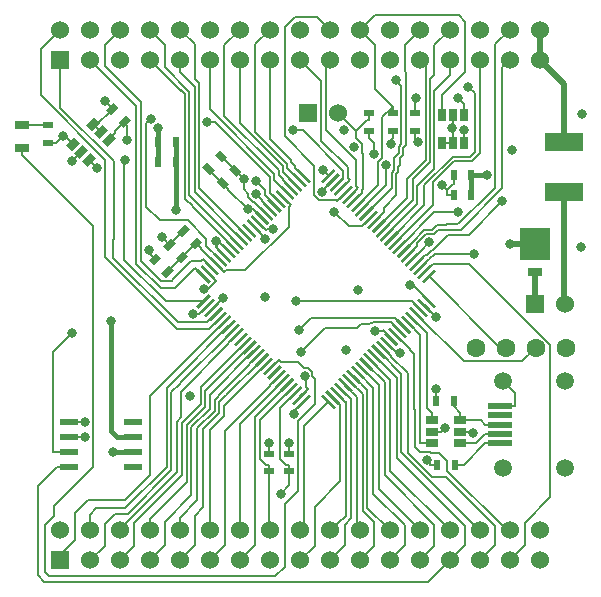
<source format=gtl>
G04 #@! TF.FileFunction,Copper,L1,Top,Signal*
%FSLAX46Y46*%
G04 Gerber Fmt 4.6, Leading zero omitted, Abs format (unit mm)*
G04 Created by KiCad (PCBNEW 4.0.7) date 02/27/18 15:26:36*
%MOMM*%
%LPD*%
G01*
G04 APERTURE LIST*
%ADD10C,0.100000*%
%ADD11R,1.300000X0.700000*%
%ADD12R,1.000000X0.700000*%
%ADD13R,3.200000X1.500000*%
%ADD14R,2.000000X0.500000*%
%ADD15C,1.500000*%
%ADD16C,1.524000*%
%ADD17R,1.524000X1.524000*%
%ADD18C,1.600000*%
%ADD19R,0.900000X0.600000*%
%ADD20R,0.600000X0.900000*%
%ADD21R,0.700000X1.000000*%
%ADD22R,2.540000X2.670000*%
%ADD23R,1.270000X0.800000*%
%ADD24R,1.500000X0.600000*%
%ADD25C,0.812800*%
%ADD26C,0.177800*%
%ADD27C,0.381000*%
%ADD28C,0.508000*%
G04 APERTURE END LIST*
D10*
D11*
X62500000Y-112550000D03*
X62500000Y-110650000D03*
D12*
X99600000Y-137550000D03*
X99600000Y-136600000D03*
X99600000Y-135650000D03*
X97200000Y-135650000D03*
X97200000Y-136600000D03*
X97200000Y-137550000D03*
D13*
X108400000Y-116300000D03*
X108400000Y-112100000D03*
D14*
X102950000Y-136000000D03*
X102950000Y-135200000D03*
X102950000Y-134400000D03*
X102950000Y-137600000D03*
X102950000Y-136800000D03*
D15*
X103200000Y-139650000D03*
X103200000Y-132350000D03*
X108500000Y-139650000D03*
X108500000Y-132350000D03*
D16*
X89240000Y-109600000D03*
D17*
X86700000Y-109600000D03*
D16*
X108440000Y-125800000D03*
D17*
X105900000Y-125800000D03*
D16*
X65700000Y-144960000D03*
D17*
X65700000Y-147500000D03*
D16*
X68240000Y-144960000D03*
X68240000Y-147500000D03*
X70780000Y-144960000D03*
X70780000Y-147500000D03*
X73320000Y-144960000D03*
X73320000Y-147500000D03*
X75860000Y-144960000D03*
X75860000Y-147500000D03*
X78400000Y-144960000D03*
X78400000Y-147500000D03*
X80940000Y-144960000D03*
X80940000Y-147500000D03*
X83480000Y-144960000D03*
X83480000Y-147500000D03*
X86020000Y-144960000D03*
X86020000Y-147500000D03*
X88560000Y-144960000D03*
X88560000Y-147500000D03*
X91100000Y-144960000D03*
X91100000Y-147500000D03*
X93640000Y-144960000D03*
X93640000Y-147500000D03*
X96180000Y-144960000D03*
X96180000Y-147500000D03*
X98720000Y-144960000D03*
X98720000Y-147500000D03*
X101260000Y-144960000D03*
X101260000Y-147500000D03*
X103800000Y-144960000D03*
X103800000Y-147500000D03*
X106340000Y-144960000D03*
X106340000Y-147500000D03*
X65700000Y-102560000D03*
D17*
X65700000Y-105100000D03*
D16*
X68240000Y-102560000D03*
X68240000Y-105100000D03*
X70780000Y-102560000D03*
X70780000Y-105100000D03*
X73320000Y-102560000D03*
X73320000Y-105100000D03*
X75860000Y-102560000D03*
X75860000Y-105100000D03*
X78400000Y-102560000D03*
X78400000Y-105100000D03*
X80940000Y-102560000D03*
X80940000Y-105100000D03*
X83480000Y-102560000D03*
X83480000Y-105100000D03*
X86020000Y-102560000D03*
X86020000Y-105100000D03*
X88560000Y-102560000D03*
X88560000Y-105100000D03*
X91100000Y-102560000D03*
X91100000Y-105100000D03*
X93640000Y-102560000D03*
X93640000Y-105100000D03*
X96180000Y-102560000D03*
X96180000Y-105100000D03*
X98720000Y-102560000D03*
X98720000Y-105100000D03*
X101260000Y-102560000D03*
X101260000Y-105100000D03*
X103800000Y-102560000D03*
X103800000Y-105100000D03*
X106340000Y-102560000D03*
X106340000Y-105100000D03*
D18*
X100900000Y-129500000D03*
X103440000Y-129500000D03*
X105980000Y-129500000D03*
X108520000Y-129500000D03*
D19*
X93900000Y-109650000D03*
X93900000Y-111150000D03*
X95800000Y-109650000D03*
X95800000Y-111150000D03*
X85100000Y-139950000D03*
X85100000Y-138450000D03*
X83400000Y-139950000D03*
X83400000Y-138450000D03*
X64700000Y-110650000D03*
X64700000Y-112150000D03*
X91900000Y-109650000D03*
X91900000Y-111150000D03*
D20*
X97550000Y-134000000D03*
X99050000Y-134000000D03*
X97650000Y-139400000D03*
X99150000Y-139400000D03*
D10*
G36*
X86781282Y-115572776D02*
X85720622Y-114512116D01*
X85897398Y-114335340D01*
X86958058Y-115396000D01*
X86781282Y-115572776D01*
X86781282Y-115572776D01*
G37*
G36*
X86427728Y-115926330D02*
X85367068Y-114865670D01*
X85543844Y-114688894D01*
X86604504Y-115749554D01*
X86427728Y-115926330D01*
X86427728Y-115926330D01*
G37*
G36*
X86074175Y-116279883D02*
X85013515Y-115219223D01*
X85190291Y-115042447D01*
X86250951Y-116103107D01*
X86074175Y-116279883D01*
X86074175Y-116279883D01*
G37*
G36*
X85720622Y-116633437D02*
X84659962Y-115572777D01*
X84836738Y-115396001D01*
X85897398Y-116456661D01*
X85720622Y-116633437D01*
X85720622Y-116633437D01*
G37*
G36*
X85367068Y-116986990D02*
X84306408Y-115926330D01*
X84483184Y-115749554D01*
X85543844Y-116810214D01*
X85367068Y-116986990D01*
X85367068Y-116986990D01*
G37*
G36*
X85013515Y-117340543D02*
X83952855Y-116279883D01*
X84129631Y-116103107D01*
X85190291Y-117163767D01*
X85013515Y-117340543D01*
X85013515Y-117340543D01*
G37*
G36*
X84659961Y-117694097D02*
X83599301Y-116633437D01*
X83776077Y-116456661D01*
X84836737Y-117517321D01*
X84659961Y-117694097D01*
X84659961Y-117694097D01*
G37*
G36*
X84306408Y-118047650D02*
X83245748Y-116986990D01*
X83422524Y-116810214D01*
X84483184Y-117870874D01*
X84306408Y-118047650D01*
X84306408Y-118047650D01*
G37*
G36*
X83952855Y-118401204D02*
X82892195Y-117340544D01*
X83068971Y-117163768D01*
X84129631Y-118224428D01*
X83952855Y-118401204D01*
X83952855Y-118401204D01*
G37*
G36*
X83599301Y-118754757D02*
X82538641Y-117694097D01*
X82715417Y-117517321D01*
X83776077Y-118577981D01*
X83599301Y-118754757D01*
X83599301Y-118754757D01*
G37*
G36*
X83245748Y-119108310D02*
X82185088Y-118047650D01*
X82361864Y-117870874D01*
X83422524Y-118931534D01*
X83245748Y-119108310D01*
X83245748Y-119108310D01*
G37*
G36*
X82892195Y-119461864D02*
X81831535Y-118401204D01*
X82008311Y-118224428D01*
X83068971Y-119285088D01*
X82892195Y-119461864D01*
X82892195Y-119461864D01*
G37*
G36*
X82538641Y-119815417D02*
X81477981Y-118754757D01*
X81654757Y-118577981D01*
X82715417Y-119638641D01*
X82538641Y-119815417D01*
X82538641Y-119815417D01*
G37*
G36*
X82185088Y-120168971D02*
X81124428Y-119108311D01*
X81301204Y-118931535D01*
X82361864Y-119992195D01*
X82185088Y-120168971D01*
X82185088Y-120168971D01*
G37*
G36*
X81831534Y-120522524D02*
X80770874Y-119461864D01*
X80947650Y-119285088D01*
X82008310Y-120345748D01*
X81831534Y-120522524D01*
X81831534Y-120522524D01*
G37*
G36*
X81477981Y-120876077D02*
X80417321Y-119815417D01*
X80594097Y-119638641D01*
X81654757Y-120699301D01*
X81477981Y-120876077D01*
X81477981Y-120876077D01*
G37*
G36*
X81124428Y-121229631D02*
X80063768Y-120168971D01*
X80240544Y-119992195D01*
X81301204Y-121052855D01*
X81124428Y-121229631D01*
X81124428Y-121229631D01*
G37*
G36*
X80770874Y-121583184D02*
X79710214Y-120522524D01*
X79886990Y-120345748D01*
X80947650Y-121406408D01*
X80770874Y-121583184D01*
X80770874Y-121583184D01*
G37*
G36*
X80417321Y-121936737D02*
X79356661Y-120876077D01*
X79533437Y-120699301D01*
X80594097Y-121759961D01*
X80417321Y-121936737D01*
X80417321Y-121936737D01*
G37*
G36*
X80063767Y-122290291D02*
X79003107Y-121229631D01*
X79179883Y-121052855D01*
X80240543Y-122113515D01*
X80063767Y-122290291D01*
X80063767Y-122290291D01*
G37*
G36*
X79710214Y-122643844D02*
X78649554Y-121583184D01*
X78826330Y-121406408D01*
X79886990Y-122467068D01*
X79710214Y-122643844D01*
X79710214Y-122643844D01*
G37*
G36*
X79356661Y-122997398D02*
X78296001Y-121936738D01*
X78472777Y-121759962D01*
X79533437Y-122820622D01*
X79356661Y-122997398D01*
X79356661Y-122997398D01*
G37*
G36*
X79003107Y-123350951D02*
X77942447Y-122290291D01*
X78119223Y-122113515D01*
X79179883Y-123174175D01*
X79003107Y-123350951D01*
X79003107Y-123350951D01*
G37*
G36*
X78649554Y-123704504D02*
X77588894Y-122643844D01*
X77765670Y-122467068D01*
X78826330Y-123527728D01*
X78649554Y-123704504D01*
X78649554Y-123704504D01*
G37*
G36*
X78296000Y-124058058D02*
X77235340Y-122997398D01*
X77412116Y-122820622D01*
X78472776Y-123881282D01*
X78296000Y-124058058D01*
X78296000Y-124058058D01*
G37*
G36*
X77235340Y-126002602D02*
X78296000Y-124941942D01*
X78472776Y-125118718D01*
X77412116Y-126179378D01*
X77235340Y-126002602D01*
X77235340Y-126002602D01*
G37*
G36*
X77588894Y-126356156D02*
X78649554Y-125295496D01*
X78826330Y-125472272D01*
X77765670Y-126532932D01*
X77588894Y-126356156D01*
X77588894Y-126356156D01*
G37*
G36*
X77942447Y-126709709D02*
X79003107Y-125649049D01*
X79179883Y-125825825D01*
X78119223Y-126886485D01*
X77942447Y-126709709D01*
X77942447Y-126709709D01*
G37*
G36*
X78296001Y-127063262D02*
X79356661Y-126002602D01*
X79533437Y-126179378D01*
X78472777Y-127240038D01*
X78296001Y-127063262D01*
X78296001Y-127063262D01*
G37*
G36*
X78649554Y-127416816D02*
X79710214Y-126356156D01*
X79886990Y-126532932D01*
X78826330Y-127593592D01*
X78649554Y-127416816D01*
X78649554Y-127416816D01*
G37*
G36*
X79003107Y-127770369D02*
X80063767Y-126709709D01*
X80240543Y-126886485D01*
X79179883Y-127947145D01*
X79003107Y-127770369D01*
X79003107Y-127770369D01*
G37*
G36*
X79356661Y-128123923D02*
X80417321Y-127063263D01*
X80594097Y-127240039D01*
X79533437Y-128300699D01*
X79356661Y-128123923D01*
X79356661Y-128123923D01*
G37*
G36*
X79710214Y-128477476D02*
X80770874Y-127416816D01*
X80947650Y-127593592D01*
X79886990Y-128654252D01*
X79710214Y-128477476D01*
X79710214Y-128477476D01*
G37*
G36*
X80063768Y-128831029D02*
X81124428Y-127770369D01*
X81301204Y-127947145D01*
X80240544Y-129007805D01*
X80063768Y-128831029D01*
X80063768Y-128831029D01*
G37*
G36*
X80417321Y-129184583D02*
X81477981Y-128123923D01*
X81654757Y-128300699D01*
X80594097Y-129361359D01*
X80417321Y-129184583D01*
X80417321Y-129184583D01*
G37*
G36*
X80770874Y-129538136D02*
X81831534Y-128477476D01*
X82008310Y-128654252D01*
X80947650Y-129714912D01*
X80770874Y-129538136D01*
X80770874Y-129538136D01*
G37*
G36*
X81124428Y-129891689D02*
X82185088Y-128831029D01*
X82361864Y-129007805D01*
X81301204Y-130068465D01*
X81124428Y-129891689D01*
X81124428Y-129891689D01*
G37*
G36*
X81477981Y-130245243D02*
X82538641Y-129184583D01*
X82715417Y-129361359D01*
X81654757Y-130422019D01*
X81477981Y-130245243D01*
X81477981Y-130245243D01*
G37*
G36*
X81831535Y-130598796D02*
X82892195Y-129538136D01*
X83068971Y-129714912D01*
X82008311Y-130775572D01*
X81831535Y-130598796D01*
X81831535Y-130598796D01*
G37*
G36*
X82185088Y-130952350D02*
X83245748Y-129891690D01*
X83422524Y-130068466D01*
X82361864Y-131129126D01*
X82185088Y-130952350D01*
X82185088Y-130952350D01*
G37*
G36*
X82538641Y-131305903D02*
X83599301Y-130245243D01*
X83776077Y-130422019D01*
X82715417Y-131482679D01*
X82538641Y-131305903D01*
X82538641Y-131305903D01*
G37*
G36*
X82892195Y-131659456D02*
X83952855Y-130598796D01*
X84129631Y-130775572D01*
X83068971Y-131836232D01*
X82892195Y-131659456D01*
X82892195Y-131659456D01*
G37*
G36*
X83245748Y-132013010D02*
X84306408Y-130952350D01*
X84483184Y-131129126D01*
X83422524Y-132189786D01*
X83245748Y-132013010D01*
X83245748Y-132013010D01*
G37*
G36*
X83599301Y-132366563D02*
X84659961Y-131305903D01*
X84836737Y-131482679D01*
X83776077Y-132543339D01*
X83599301Y-132366563D01*
X83599301Y-132366563D01*
G37*
G36*
X83952855Y-132720117D02*
X85013515Y-131659457D01*
X85190291Y-131836233D01*
X84129631Y-132896893D01*
X83952855Y-132720117D01*
X83952855Y-132720117D01*
G37*
G36*
X84306408Y-133073670D02*
X85367068Y-132013010D01*
X85543844Y-132189786D01*
X84483184Y-133250446D01*
X84306408Y-133073670D01*
X84306408Y-133073670D01*
G37*
G36*
X84659962Y-133427223D02*
X85720622Y-132366563D01*
X85897398Y-132543339D01*
X84836738Y-133603999D01*
X84659962Y-133427223D01*
X84659962Y-133427223D01*
G37*
G36*
X85013515Y-133780777D02*
X86074175Y-132720117D01*
X86250951Y-132896893D01*
X85190291Y-133957553D01*
X85013515Y-133780777D01*
X85013515Y-133780777D01*
G37*
G36*
X85367068Y-134134330D02*
X86427728Y-133073670D01*
X86604504Y-133250446D01*
X85543844Y-134311106D01*
X85367068Y-134134330D01*
X85367068Y-134134330D01*
G37*
G36*
X85720622Y-134487884D02*
X86781282Y-133427224D01*
X86958058Y-133604000D01*
X85897398Y-134664660D01*
X85720622Y-134487884D01*
X85720622Y-134487884D01*
G37*
G36*
X88902602Y-134664660D02*
X87841942Y-133604000D01*
X88018718Y-133427224D01*
X89079378Y-134487884D01*
X88902602Y-134664660D01*
X88902602Y-134664660D01*
G37*
G36*
X89256156Y-134311106D02*
X88195496Y-133250446D01*
X88372272Y-133073670D01*
X89432932Y-134134330D01*
X89256156Y-134311106D01*
X89256156Y-134311106D01*
G37*
G36*
X89609709Y-133957553D02*
X88549049Y-132896893D01*
X88725825Y-132720117D01*
X89786485Y-133780777D01*
X89609709Y-133957553D01*
X89609709Y-133957553D01*
G37*
G36*
X89963262Y-133603999D02*
X88902602Y-132543339D01*
X89079378Y-132366563D01*
X90140038Y-133427223D01*
X89963262Y-133603999D01*
X89963262Y-133603999D01*
G37*
G36*
X90316816Y-133250446D02*
X89256156Y-132189786D01*
X89432932Y-132013010D01*
X90493592Y-133073670D01*
X90316816Y-133250446D01*
X90316816Y-133250446D01*
G37*
G36*
X90670369Y-132896893D02*
X89609709Y-131836233D01*
X89786485Y-131659457D01*
X90847145Y-132720117D01*
X90670369Y-132896893D01*
X90670369Y-132896893D01*
G37*
G36*
X91023923Y-132543339D02*
X89963263Y-131482679D01*
X90140039Y-131305903D01*
X91200699Y-132366563D01*
X91023923Y-132543339D01*
X91023923Y-132543339D01*
G37*
G36*
X91377476Y-132189786D02*
X90316816Y-131129126D01*
X90493592Y-130952350D01*
X91554252Y-132013010D01*
X91377476Y-132189786D01*
X91377476Y-132189786D01*
G37*
G36*
X91731029Y-131836232D02*
X90670369Y-130775572D01*
X90847145Y-130598796D01*
X91907805Y-131659456D01*
X91731029Y-131836232D01*
X91731029Y-131836232D01*
G37*
G36*
X92084583Y-131482679D02*
X91023923Y-130422019D01*
X91200699Y-130245243D01*
X92261359Y-131305903D01*
X92084583Y-131482679D01*
X92084583Y-131482679D01*
G37*
G36*
X92438136Y-131129126D02*
X91377476Y-130068466D01*
X91554252Y-129891690D01*
X92614912Y-130952350D01*
X92438136Y-131129126D01*
X92438136Y-131129126D01*
G37*
G36*
X92791689Y-130775572D02*
X91731029Y-129714912D01*
X91907805Y-129538136D01*
X92968465Y-130598796D01*
X92791689Y-130775572D01*
X92791689Y-130775572D01*
G37*
G36*
X93145243Y-130422019D02*
X92084583Y-129361359D01*
X92261359Y-129184583D01*
X93322019Y-130245243D01*
X93145243Y-130422019D01*
X93145243Y-130422019D01*
G37*
G36*
X93498796Y-130068465D02*
X92438136Y-129007805D01*
X92614912Y-128831029D01*
X93675572Y-129891689D01*
X93498796Y-130068465D01*
X93498796Y-130068465D01*
G37*
G36*
X93852350Y-129714912D02*
X92791690Y-128654252D01*
X92968466Y-128477476D01*
X94029126Y-129538136D01*
X93852350Y-129714912D01*
X93852350Y-129714912D01*
G37*
G36*
X94205903Y-129361359D02*
X93145243Y-128300699D01*
X93322019Y-128123923D01*
X94382679Y-129184583D01*
X94205903Y-129361359D01*
X94205903Y-129361359D01*
G37*
G36*
X94559456Y-129007805D02*
X93498796Y-127947145D01*
X93675572Y-127770369D01*
X94736232Y-128831029D01*
X94559456Y-129007805D01*
X94559456Y-129007805D01*
G37*
G36*
X94913010Y-128654252D02*
X93852350Y-127593592D01*
X94029126Y-127416816D01*
X95089786Y-128477476D01*
X94913010Y-128654252D01*
X94913010Y-128654252D01*
G37*
G36*
X95266563Y-128300699D02*
X94205903Y-127240039D01*
X94382679Y-127063263D01*
X95443339Y-128123923D01*
X95266563Y-128300699D01*
X95266563Y-128300699D01*
G37*
G36*
X95620117Y-127947145D02*
X94559457Y-126886485D01*
X94736233Y-126709709D01*
X95796893Y-127770369D01*
X95620117Y-127947145D01*
X95620117Y-127947145D01*
G37*
G36*
X95973670Y-127593592D02*
X94913010Y-126532932D01*
X95089786Y-126356156D01*
X96150446Y-127416816D01*
X95973670Y-127593592D01*
X95973670Y-127593592D01*
G37*
G36*
X96327223Y-127240038D02*
X95266563Y-126179378D01*
X95443339Y-126002602D01*
X96503999Y-127063262D01*
X96327223Y-127240038D01*
X96327223Y-127240038D01*
G37*
G36*
X96680777Y-126886485D02*
X95620117Y-125825825D01*
X95796893Y-125649049D01*
X96857553Y-126709709D01*
X96680777Y-126886485D01*
X96680777Y-126886485D01*
G37*
G36*
X97034330Y-126532932D02*
X95973670Y-125472272D01*
X96150446Y-125295496D01*
X97211106Y-126356156D01*
X97034330Y-126532932D01*
X97034330Y-126532932D01*
G37*
G36*
X97387884Y-126179378D02*
X96327224Y-125118718D01*
X96504000Y-124941942D01*
X97564660Y-126002602D01*
X97387884Y-126179378D01*
X97387884Y-126179378D01*
G37*
G36*
X96327224Y-123881282D02*
X97387884Y-122820622D01*
X97564660Y-122997398D01*
X96504000Y-124058058D01*
X96327224Y-123881282D01*
X96327224Y-123881282D01*
G37*
G36*
X95973670Y-123527728D02*
X97034330Y-122467068D01*
X97211106Y-122643844D01*
X96150446Y-123704504D01*
X95973670Y-123527728D01*
X95973670Y-123527728D01*
G37*
G36*
X95620117Y-123174175D02*
X96680777Y-122113515D01*
X96857553Y-122290291D01*
X95796893Y-123350951D01*
X95620117Y-123174175D01*
X95620117Y-123174175D01*
G37*
G36*
X95266563Y-122820622D02*
X96327223Y-121759962D01*
X96503999Y-121936738D01*
X95443339Y-122997398D01*
X95266563Y-122820622D01*
X95266563Y-122820622D01*
G37*
G36*
X94913010Y-122467068D02*
X95973670Y-121406408D01*
X96150446Y-121583184D01*
X95089786Y-122643844D01*
X94913010Y-122467068D01*
X94913010Y-122467068D01*
G37*
G36*
X94559457Y-122113515D02*
X95620117Y-121052855D01*
X95796893Y-121229631D01*
X94736233Y-122290291D01*
X94559457Y-122113515D01*
X94559457Y-122113515D01*
G37*
G36*
X94205903Y-121759961D02*
X95266563Y-120699301D01*
X95443339Y-120876077D01*
X94382679Y-121936737D01*
X94205903Y-121759961D01*
X94205903Y-121759961D01*
G37*
G36*
X93852350Y-121406408D02*
X94913010Y-120345748D01*
X95089786Y-120522524D01*
X94029126Y-121583184D01*
X93852350Y-121406408D01*
X93852350Y-121406408D01*
G37*
G36*
X93498796Y-121052855D02*
X94559456Y-119992195D01*
X94736232Y-120168971D01*
X93675572Y-121229631D01*
X93498796Y-121052855D01*
X93498796Y-121052855D01*
G37*
G36*
X93145243Y-120699301D02*
X94205903Y-119638641D01*
X94382679Y-119815417D01*
X93322019Y-120876077D01*
X93145243Y-120699301D01*
X93145243Y-120699301D01*
G37*
G36*
X92791690Y-120345748D02*
X93852350Y-119285088D01*
X94029126Y-119461864D01*
X92968466Y-120522524D01*
X92791690Y-120345748D01*
X92791690Y-120345748D01*
G37*
G36*
X92438136Y-119992195D02*
X93498796Y-118931535D01*
X93675572Y-119108311D01*
X92614912Y-120168971D01*
X92438136Y-119992195D01*
X92438136Y-119992195D01*
G37*
G36*
X92084583Y-119638641D02*
X93145243Y-118577981D01*
X93322019Y-118754757D01*
X92261359Y-119815417D01*
X92084583Y-119638641D01*
X92084583Y-119638641D01*
G37*
G36*
X91731029Y-119285088D02*
X92791689Y-118224428D01*
X92968465Y-118401204D01*
X91907805Y-119461864D01*
X91731029Y-119285088D01*
X91731029Y-119285088D01*
G37*
G36*
X91377476Y-118931534D02*
X92438136Y-117870874D01*
X92614912Y-118047650D01*
X91554252Y-119108310D01*
X91377476Y-118931534D01*
X91377476Y-118931534D01*
G37*
G36*
X91023923Y-118577981D02*
X92084583Y-117517321D01*
X92261359Y-117694097D01*
X91200699Y-118754757D01*
X91023923Y-118577981D01*
X91023923Y-118577981D01*
G37*
G36*
X90670369Y-118224428D02*
X91731029Y-117163768D01*
X91907805Y-117340544D01*
X90847145Y-118401204D01*
X90670369Y-118224428D01*
X90670369Y-118224428D01*
G37*
G36*
X90316816Y-117870874D02*
X91377476Y-116810214D01*
X91554252Y-116986990D01*
X90493592Y-118047650D01*
X90316816Y-117870874D01*
X90316816Y-117870874D01*
G37*
G36*
X89963263Y-117517321D02*
X91023923Y-116456661D01*
X91200699Y-116633437D01*
X90140039Y-117694097D01*
X89963263Y-117517321D01*
X89963263Y-117517321D01*
G37*
G36*
X89609709Y-117163767D02*
X90670369Y-116103107D01*
X90847145Y-116279883D01*
X89786485Y-117340543D01*
X89609709Y-117163767D01*
X89609709Y-117163767D01*
G37*
G36*
X89256156Y-116810214D02*
X90316816Y-115749554D01*
X90493592Y-115926330D01*
X89432932Y-116986990D01*
X89256156Y-116810214D01*
X89256156Y-116810214D01*
G37*
G36*
X88902602Y-116456661D02*
X89963262Y-115396001D01*
X90140038Y-115572777D01*
X89079378Y-116633437D01*
X88902602Y-116456661D01*
X88902602Y-116456661D01*
G37*
G36*
X88549049Y-116103107D02*
X89609709Y-115042447D01*
X89786485Y-115219223D01*
X88725825Y-116279883D01*
X88549049Y-116103107D01*
X88549049Y-116103107D01*
G37*
G36*
X88195496Y-115749554D02*
X89256156Y-114688894D01*
X89432932Y-114865670D01*
X88372272Y-115926330D01*
X88195496Y-115749554D01*
X88195496Y-115749554D01*
G37*
G36*
X87841942Y-115396000D02*
X88902602Y-114335340D01*
X89079378Y-114512116D01*
X88018718Y-115572776D01*
X87841942Y-115396000D01*
X87841942Y-115396000D01*
G37*
D21*
X99950000Y-109800000D03*
X99000000Y-109800000D03*
X98050000Y-109800000D03*
X98050000Y-112200000D03*
X99000000Y-112200000D03*
X99950000Y-112200000D03*
D10*
G36*
X70469849Y-111768629D02*
X69762742Y-112475736D01*
X69267767Y-111980761D01*
X69974874Y-111273654D01*
X70469849Y-111768629D01*
X70469849Y-111768629D01*
G37*
G36*
X69798097Y-111096878D02*
X69090990Y-111803985D01*
X68596015Y-111309010D01*
X69303122Y-110601903D01*
X69798097Y-111096878D01*
X69798097Y-111096878D01*
G37*
G36*
X69126346Y-110425126D02*
X68419239Y-111132233D01*
X67924264Y-110637258D01*
X68631371Y-109930151D01*
X69126346Y-110425126D01*
X69126346Y-110425126D01*
G37*
G36*
X67429290Y-112122183D02*
X66722183Y-112829290D01*
X66227208Y-112334315D01*
X66934315Y-111627208D01*
X67429290Y-112122183D01*
X67429290Y-112122183D01*
G37*
G36*
X68101041Y-112793934D02*
X67393934Y-113501041D01*
X66898959Y-113006066D01*
X67606066Y-112298959D01*
X68101041Y-112793934D01*
X68101041Y-112793934D01*
G37*
G36*
X68772792Y-113465685D02*
X68065685Y-114172792D01*
X67570710Y-113677817D01*
X68277817Y-112970710D01*
X68772792Y-113465685D01*
X68772792Y-113465685D01*
G37*
D22*
X105900000Y-120700000D03*
D23*
X105900000Y-123050000D03*
D10*
G36*
X79575736Y-116060660D02*
X78939340Y-115424264D01*
X79363604Y-115000000D01*
X80000000Y-115636396D01*
X79575736Y-116060660D01*
X79575736Y-116060660D01*
G37*
G36*
X80636396Y-115000000D02*
X80000000Y-114363604D01*
X80424264Y-113939340D01*
X81060660Y-114575736D01*
X80636396Y-115000000D01*
X80636396Y-115000000D01*
G37*
G36*
X78375736Y-114860660D02*
X77739340Y-114224264D01*
X78163604Y-113800000D01*
X78800000Y-114436396D01*
X78375736Y-114860660D01*
X78375736Y-114860660D01*
G37*
G36*
X79436396Y-113800000D02*
X78800000Y-113163604D01*
X79224264Y-112739340D01*
X79860660Y-113375736D01*
X79436396Y-113800000D01*
X79436396Y-113800000D01*
G37*
G36*
X77760660Y-120524264D02*
X77124264Y-121160660D01*
X76700000Y-120736396D01*
X77336396Y-120100000D01*
X77760660Y-120524264D01*
X77760660Y-120524264D01*
G37*
G36*
X76700000Y-119463604D02*
X76063604Y-120100000D01*
X75639340Y-119675736D01*
X76275736Y-119039340D01*
X76700000Y-119463604D01*
X76700000Y-119463604D01*
G37*
G36*
X76560660Y-121724264D02*
X75924264Y-122360660D01*
X75500000Y-121936396D01*
X76136396Y-121300000D01*
X76560660Y-121724264D01*
X76560660Y-121724264D01*
G37*
G36*
X75500000Y-120663604D02*
X74863604Y-121300000D01*
X74439340Y-120875736D01*
X75075736Y-120239340D01*
X75500000Y-120663604D01*
X75500000Y-120663604D01*
G37*
G36*
X73239340Y-122075736D02*
X73875736Y-121439340D01*
X74300000Y-121863604D01*
X73663604Y-122500000D01*
X73239340Y-122075736D01*
X73239340Y-122075736D01*
G37*
G36*
X74300000Y-123136396D02*
X74936396Y-122500000D01*
X75360660Y-122924264D01*
X74724264Y-123560660D01*
X74300000Y-123136396D01*
X74300000Y-123136396D01*
G37*
D20*
X100550000Y-114900000D03*
X99050000Y-114900000D03*
X100550000Y-116600000D03*
X99050000Y-116600000D03*
X75550000Y-113800000D03*
X74050000Y-113800000D03*
X75550000Y-112100000D03*
X74050000Y-112100000D03*
D24*
X71900000Y-135795000D03*
X66500000Y-135795000D03*
X71900000Y-137065000D03*
X66500000Y-137065000D03*
X71900000Y-138335000D03*
X66500000Y-138335000D03*
X71900000Y-139605000D03*
X66500000Y-139605000D03*
D10*
G36*
X71760660Y-110224264D02*
X71124264Y-110860660D01*
X70700000Y-110436396D01*
X71336396Y-109800000D01*
X71760660Y-110224264D01*
X71760660Y-110224264D01*
G37*
G36*
X70700000Y-109163604D02*
X70063604Y-109800000D01*
X69639340Y-109375736D01*
X70275736Y-108739340D01*
X70700000Y-109163604D01*
X70700000Y-109163604D01*
G37*
D25*
X83775300Y-119412200D03*
X74050000Y-110900000D03*
X109900000Y-109700000D03*
X109800000Y-121000000D03*
X103800000Y-120700000D03*
X67841100Y-135757600D03*
X100704900Y-136687800D03*
X69569300Y-108618900D03*
X90615300Y-112500000D03*
X97542800Y-126864600D03*
X74390600Y-120081500D03*
X81263400Y-115202800D03*
X76713400Y-133596700D03*
X103961600Y-112789400D03*
X90940700Y-124637100D03*
X98058200Y-115685400D03*
X98937100Y-110892000D03*
X87915100Y-116299400D03*
X83062100Y-125227400D03*
X76999500Y-126621600D03*
X86421400Y-131860300D03*
X66734300Y-113692600D03*
X78893100Y-120492900D03*
X82300000Y-115400000D03*
X83093600Y-120282900D03*
X82317700Y-116486600D03*
X85504000Y-135116500D03*
X83400000Y-137562300D03*
X96003900Y-112039800D03*
X68831700Y-114239100D03*
X67841100Y-137082100D03*
X89945500Y-129675400D03*
X97550000Y-132962300D03*
X98291800Y-136269100D03*
X87953900Y-114447300D03*
X89744900Y-111041700D03*
X93719400Y-112247900D03*
X99950000Y-111097700D03*
X92329400Y-113099100D03*
X95319900Y-124187700D03*
X96754700Y-139031600D03*
X85100000Y-137557200D03*
X81634200Y-117770500D03*
X73268300Y-121215600D03*
X79507600Y-125312700D03*
X65972500Y-111594500D03*
X92376900Y-128064200D03*
X94470500Y-129931600D03*
X96993400Y-120563600D03*
X99451300Y-118043300D03*
X103163900Y-117100000D03*
X100800000Y-121550000D03*
X66692400Y-128246100D03*
X85689200Y-125565800D03*
X86121700Y-129881700D03*
X85930900Y-128034700D03*
X84400000Y-141850000D03*
X71200000Y-113600000D03*
X77886700Y-124500000D03*
X78200000Y-110400000D03*
X85450000Y-111050000D03*
X95827200Y-108317400D03*
X93327900Y-114037100D03*
X99448500Y-108317400D03*
X94150000Y-106850000D03*
X88947300Y-117998700D03*
X100300000Y-107400000D03*
X73400000Y-110100000D03*
X71400000Y-111900000D03*
X70200000Y-138350000D03*
X101850000Y-114900000D03*
X70000000Y-127250000D03*
X75550000Y-117800000D03*
D26*
X82450300Y-118843100D02*
X83169500Y-119562200D01*
X83319500Y-119412200D02*
X83169500Y-119562200D01*
X83775300Y-119412200D02*
X83319500Y-119412200D01*
D27*
X74050000Y-112100000D02*
X74050000Y-110900000D01*
X74050000Y-112100000D02*
X74050000Y-113800000D01*
D28*
X105900000Y-120700000D02*
X103800000Y-120700000D01*
D26*
X66500000Y-135795000D02*
X67517000Y-135795000D01*
X67554400Y-135757600D02*
X67517000Y-135795000D01*
X67841100Y-135757600D02*
X67554400Y-135757600D01*
X99600000Y-136600000D02*
X100367000Y-136600000D01*
X100454800Y-136687800D02*
X100367000Y-136600000D01*
X100704900Y-136687800D02*
X100454800Y-136687800D01*
X74969700Y-120769700D02*
X76169700Y-119569700D01*
X69197100Y-111202900D02*
X68760800Y-110766600D01*
X70169700Y-109269700D02*
X68716800Y-110722600D01*
X68760800Y-110766600D02*
X68716800Y-110722600D01*
X68525400Y-110531200D02*
X68525300Y-110531200D01*
X68716800Y-110722600D02*
X68525400Y-110531200D01*
X70169700Y-109269700D02*
X69768700Y-108868700D01*
X69768700Y-108818300D02*
X69768700Y-108868700D01*
X69569300Y-108618900D02*
X69768700Y-108818300D01*
X80530300Y-114469700D02*
X79330300Y-113269700D01*
X74969700Y-120769700D02*
X74568700Y-120368700D01*
X74568700Y-120259600D02*
X74568700Y-120368700D01*
X74390600Y-120081500D02*
X74568700Y-120259600D01*
X80530300Y-114469700D02*
X81263400Y-115202800D01*
X104217000Y-133367000D02*
X104217000Y-134400000D01*
X103200000Y-132350000D02*
X104217000Y-133367000D01*
X102950000Y-134400000D02*
X104217000Y-134400000D01*
X98050000Y-112200000D02*
X98667000Y-112200000D01*
X99000000Y-112200000D02*
X98667000Y-112200000D01*
X99050000Y-116600000D02*
X98483000Y-116600000D01*
X99050000Y-114900000D02*
X99050000Y-115617000D01*
X98976200Y-115617000D02*
X99050000Y-115617000D01*
X98483000Y-116110200D02*
X98976200Y-115617000D01*
X98058200Y-115685400D02*
X98483000Y-116110200D01*
X98483000Y-116110200D02*
X98483000Y-116600000D01*
X99000000Y-109800000D02*
X99000000Y-110892000D01*
X99000000Y-110892000D02*
X99000000Y-112200000D01*
X98937100Y-110892000D02*
X99000000Y-110892000D01*
X88814200Y-115307600D02*
X88095000Y-116026800D01*
X88095000Y-116119500D02*
X88095000Y-116026800D01*
X87915100Y-116299400D02*
X88095000Y-116119500D01*
X96592400Y-125914200D02*
X97542800Y-126864600D01*
X83157400Y-118136000D02*
X82438300Y-117416800D01*
X78207600Y-125914200D02*
X77488400Y-126633400D01*
X77476500Y-126621600D02*
X77488400Y-126633400D01*
X76999500Y-126621600D02*
X77476500Y-126621600D01*
X86545100Y-132813200D02*
X86705100Y-132973100D01*
X86545100Y-131984000D02*
X86545100Y-132813200D01*
X86421400Y-131860300D02*
X86545100Y-131984000D01*
X85985800Y-133692400D02*
X86705100Y-132973100D01*
X79975400Y-121318000D02*
X79256200Y-120598700D01*
X79621800Y-121671600D02*
X78902600Y-120952300D01*
X67500000Y-112900000D02*
X66957700Y-113442300D01*
X66957700Y-113469200D02*
X66957700Y-113442300D01*
X66734300Y-113692600D02*
X66957700Y-113469200D01*
X82181400Y-117160000D02*
X82438300Y-117416800D01*
X82038800Y-117160000D02*
X82181400Y-117160000D01*
X81644300Y-116765500D02*
X82038800Y-117160000D01*
X81644300Y-116444300D02*
X81644300Y-116765500D01*
X81263400Y-116063400D02*
X81644300Y-116444300D01*
X81263400Y-115202800D02*
X81263400Y-116063400D01*
X79256200Y-120598700D02*
X79127600Y-120727300D01*
X79127600Y-120727300D02*
X78902600Y-120952300D01*
X78893100Y-120492900D02*
X79127600Y-120727300D01*
X83864466Y-117428932D02*
X83864466Y-117414466D01*
X83864466Y-117414466D02*
X83050000Y-116600000D01*
X83050000Y-116600000D02*
X83050000Y-116150000D01*
X83050000Y-116150000D02*
X82300000Y-115400000D01*
X82815800Y-120005100D02*
X82815800Y-119915800D01*
X83093600Y-120282900D02*
X82815800Y-120005100D01*
X82096700Y-119196700D02*
X82815800Y-119915800D01*
X82791700Y-116960600D02*
X82791700Y-117063200D01*
X82317700Y-116486600D02*
X82791700Y-116960600D01*
X83510900Y-117782500D02*
X82791700Y-117063200D01*
X83510900Y-131217500D02*
X84230200Y-130498200D01*
X62500000Y-112550000D02*
X62500000Y-113167000D01*
X84409900Y-130678000D02*
X84230200Y-130498200D01*
X85844100Y-130678000D02*
X84409900Y-130678000D01*
X86353000Y-131186900D02*
X85844100Y-130678000D01*
X86700400Y-131186900D02*
X86353000Y-131186900D01*
X87094800Y-131581300D02*
X86700400Y-131186900D01*
X87094800Y-131928700D02*
X87094800Y-131581300D01*
X87274800Y-132108700D02*
X87094800Y-131928700D01*
X87274800Y-134298300D02*
X87274800Y-132108700D01*
X85842100Y-135731000D02*
X87274800Y-134298300D01*
X85842100Y-141589000D02*
X85842100Y-135731000D01*
X84740900Y-142690200D02*
X85842100Y-141589000D01*
X84740900Y-148052100D02*
X84740900Y-142690200D01*
X83944500Y-148848500D02*
X84740900Y-148052100D01*
X64751200Y-148848500D02*
X83944500Y-148848500D01*
X64420900Y-148518200D02*
X64751200Y-148848500D01*
X64420900Y-144536900D02*
X64420900Y-148518200D01*
X65211400Y-143746400D02*
X64420900Y-144536900D01*
X65211400Y-142890800D02*
X65211400Y-143746400D01*
X68530100Y-139572100D02*
X65211400Y-142890800D01*
X68530100Y-119197100D02*
X68530100Y-139572100D01*
X62500000Y-113167000D02*
X68530100Y-119197100D01*
X62500000Y-110650000D02*
X64700000Y-110650000D01*
D28*
X105900000Y-125800000D02*
X105900000Y-123050000D01*
D26*
X86339300Y-134045900D02*
X85620200Y-134765000D01*
X85620200Y-135000300D02*
X85620200Y-134765000D01*
X85504000Y-135116500D02*
X85620200Y-135000300D01*
X78269700Y-114330300D02*
X79469700Y-115530300D01*
X83400000Y-137562300D02*
X83400000Y-138450000D01*
X95800000Y-111150000D02*
X95800000Y-111717000D01*
X96003900Y-111920900D02*
X95800000Y-111717000D01*
X96003900Y-112039800D02*
X96003900Y-111920900D01*
X68171800Y-113571800D02*
X68608100Y-114008000D01*
X66500000Y-137065000D02*
X67517000Y-137065000D01*
X67534100Y-137082100D02*
X67517000Y-137065000D01*
X67841100Y-137082100D02*
X67534100Y-137082100D01*
X97550000Y-132962300D02*
X97550000Y-134000000D01*
X97200000Y-136600000D02*
X97967000Y-136600000D01*
X97967000Y-136593900D02*
X97967000Y-136600000D01*
X98291800Y-136269100D02*
X97967000Y-136593900D01*
X88460700Y-114954100D02*
X87953900Y-114447300D01*
X93900000Y-111150000D02*
X93900000Y-111717000D01*
X93719400Y-111897600D02*
X93900000Y-111717000D01*
X93719400Y-112247900D02*
X93719400Y-111897600D01*
X99950000Y-112200000D02*
X99950000Y-111097700D01*
X91900000Y-111150000D02*
X91900000Y-111717000D01*
X92329400Y-112146400D02*
X91900000Y-111717000D01*
X92329400Y-113099100D02*
X92329400Y-112146400D01*
X97650000Y-139400000D02*
X97083000Y-139400000D01*
X97083000Y-139359900D02*
X97083000Y-139400000D01*
X96754700Y-139031600D02*
X97083000Y-139359900D01*
X95572900Y-124187700D02*
X96945900Y-125560700D01*
X95319900Y-124187700D02*
X95572900Y-124187700D01*
X85100000Y-137557200D02*
X85100000Y-138450000D01*
X82803800Y-118489600D02*
X82084700Y-117770500D01*
X82084700Y-117770500D02*
X81634200Y-117770500D01*
X79976700Y-116113000D02*
X79976700Y-116037300D01*
X81634200Y-117770500D02*
X79976700Y-116113000D01*
X79469700Y-115530300D02*
X79976700Y-116037300D01*
X73769700Y-121969700D02*
X73368700Y-121568700D01*
X73368700Y-121316000D02*
X73368700Y-121568700D01*
X73268300Y-121215600D02*
X73368700Y-121316000D01*
X68608000Y-114015400D02*
X68831700Y-114239100D01*
X68608000Y-114008100D02*
X68608000Y-114015400D01*
X68608100Y-114008000D02*
X68608000Y-114008100D01*
X78561200Y-126267800D02*
X79280400Y-125548600D01*
X79280300Y-125548600D02*
X79280400Y-125548600D01*
X79280300Y-125540000D02*
X79280300Y-125548600D01*
X79507600Y-125312700D02*
X79280300Y-125540000D01*
X66828200Y-112228200D02*
X66392000Y-111791900D01*
X64700000Y-112150000D02*
X65417000Y-112150000D01*
X66194500Y-111594500D02*
X65972500Y-111594500D01*
X66392000Y-111791900D02*
X66194500Y-111594500D01*
X65972500Y-111594500D02*
X65417000Y-112150000D01*
X100933000Y-137550000D02*
X99600000Y-137550000D01*
X101683000Y-136800000D02*
X100933000Y-137550000D01*
X102950000Y-136800000D02*
X101683000Y-136800000D01*
X102950000Y-136000000D02*
X101683000Y-136000000D01*
X101333000Y-135650000D02*
X99600000Y-135650000D01*
X101683000Y-136000000D02*
X101333000Y-135650000D01*
X99050000Y-134000000D02*
X99050000Y-134467000D01*
X99616000Y-135033000D02*
X99050000Y-134467000D01*
X99600000Y-135033000D02*
X99616000Y-135033000D01*
X99600000Y-135650000D02*
X99600000Y-135033000D01*
X96789000Y-134622000D02*
X97200000Y-135033000D01*
X96789000Y-128232200D02*
X96789000Y-134622000D01*
X95531700Y-126974900D02*
X96789000Y-128232200D01*
X97200000Y-135650000D02*
X97200000Y-135033000D01*
X96233000Y-128383200D02*
X96233000Y-137550000D01*
X95178200Y-127328400D02*
X96233000Y-128383200D01*
X97200000Y-137550000D02*
X96233000Y-137550000D01*
D28*
X108400000Y-125760000D02*
X108440000Y-125800000D01*
X108400000Y-116300000D02*
X108400000Y-125760000D01*
X106340000Y-102560000D02*
X106340000Y-105100000D01*
X108400000Y-107160000D02*
X108400000Y-112100000D01*
X106340000Y-105100000D02*
X108400000Y-107160000D01*
D26*
X93004100Y-128064200D02*
X92376900Y-128064200D01*
X93044900Y-128023400D02*
X93004100Y-128064200D01*
X93764000Y-128742600D02*
X93044900Y-128023400D01*
X94245800Y-129931600D02*
X94470500Y-129931600D01*
X93410400Y-129096200D02*
X94245800Y-129931600D01*
X96251100Y-121305900D02*
X96993400Y-120563600D01*
X96251000Y-121305900D02*
X96251100Y-121305900D01*
X96251000Y-121305800D02*
X96251000Y-121305900D01*
X95531700Y-122025100D02*
X96251000Y-121305800D01*
X94471100Y-120964500D02*
X97392300Y-118043300D01*
X97392300Y-118043300D02*
X99451300Y-118043300D01*
X95885300Y-122378700D02*
X96604600Y-121659400D01*
X100341800Y-119922100D02*
X103163900Y-117100000D01*
X98587300Y-119922100D02*
X100341800Y-119922100D01*
X97272400Y-121237000D02*
X98587300Y-119922100D01*
X97179500Y-121237000D02*
X97272400Y-121237000D01*
X96757000Y-121659500D02*
X97179500Y-121237000D01*
X96604600Y-121659500D02*
X96757000Y-121659500D01*
X96604600Y-121659400D02*
X96604600Y-121659500D01*
X96238800Y-122732200D02*
X96958000Y-122013000D01*
X97481200Y-121531500D02*
X100800000Y-121550000D01*
X96999600Y-122013100D02*
X97481200Y-121531500D01*
X96958000Y-122013100D02*
X96999600Y-122013100D01*
X96958000Y-122013000D02*
X96958000Y-122013100D01*
X99883000Y-139400000D02*
X99150000Y-139400000D01*
X101683000Y-137600000D02*
X99883000Y-139400000D01*
X102950000Y-137600000D02*
X101683000Y-137600000D01*
X65083000Y-129855500D02*
X66692400Y-128246100D01*
X65083000Y-138335000D02*
X65083000Y-129855500D01*
X66500000Y-138335000D02*
X65083000Y-138335000D01*
X95502500Y-125565800D02*
X95519700Y-125548600D01*
X85689200Y-125565800D02*
X95502500Y-125565800D01*
X96238800Y-126267800D02*
X95519700Y-125548600D01*
X94471100Y-128035500D02*
X93752000Y-127316300D01*
X93751900Y-127316400D02*
X93752000Y-127316300D01*
X92190400Y-127316400D02*
X93751900Y-127316400D01*
X92116000Y-127390800D02*
X92190400Y-127316400D01*
X91987600Y-127390800D02*
X92116000Y-127390800D01*
X91896000Y-127482400D02*
X91987600Y-127390800D01*
X91232500Y-127482400D02*
X91896000Y-127482400D01*
X90876600Y-127838300D02*
X91232500Y-127482400D01*
X88165100Y-127838300D02*
X90876600Y-127838300D01*
X86121700Y-129881700D02*
X88165100Y-127838300D01*
X87008000Y-126957600D02*
X85930900Y-128034700D01*
X94100200Y-126957600D02*
X87008000Y-126957600D01*
X94824600Y-127682000D02*
X94100200Y-126957600D01*
X90582000Y-117075400D02*
X91301300Y-116356100D01*
X91900000Y-109650000D02*
X91900000Y-110217000D01*
X89282200Y-109600000D02*
X90793300Y-111111100D01*
X89240000Y-109600000D02*
X89282200Y-109600000D01*
X91687400Y-110217000D02*
X91900000Y-110217000D01*
X90793300Y-111111100D02*
X91687400Y-110217000D01*
X90793300Y-111725600D02*
X90793300Y-111111100D01*
X91288700Y-112221000D02*
X90793300Y-111725600D01*
X91288700Y-113034800D02*
X91288700Y-112221000D01*
X91368600Y-113114700D02*
X91288700Y-113034800D01*
X91368600Y-116084900D02*
X91368600Y-113114700D01*
X91301200Y-116152300D02*
X91368600Y-116084900D01*
X91301200Y-116356100D02*
X91301200Y-116152300D01*
X91301300Y-116356100D02*
X91301200Y-116356100D01*
X73329600Y-133620600D02*
X73329600Y-140270400D01*
X79621800Y-127328400D02*
X73329600Y-133620600D01*
X68100000Y-142350000D02*
X66979000Y-143471000D01*
X71250000Y-142350000D02*
X68100000Y-142350000D01*
X73329600Y-140270400D02*
X71250000Y-142350000D01*
X66979000Y-145792000D02*
X65700000Y-147071000D01*
X66979000Y-143471000D02*
X66979000Y-145792000D01*
X65700000Y-147500000D02*
X65700000Y-147071000D01*
X75506000Y-132151400D02*
X75498600Y-132151400D01*
X75506000Y-132151400D02*
X79975400Y-127682000D01*
X68240000Y-143660000D02*
X68240000Y-144960000D01*
X68800000Y-143100000D02*
X68240000Y-143660000D01*
X71200000Y-143100000D02*
X68800000Y-143100000D01*
X74750000Y-139550000D02*
X71200000Y-143100000D01*
X74750000Y-132900000D02*
X74750000Y-139550000D01*
X75498600Y-132151400D02*
X74750000Y-132900000D01*
X75862000Y-132502400D02*
X75862000Y-132538000D01*
X75862000Y-132502400D02*
X80328900Y-128035500D01*
X69500000Y-144400000D02*
X69500000Y-146240000D01*
X70350000Y-143550000D02*
X69500000Y-144400000D01*
X71450000Y-143550000D02*
X70350000Y-143550000D01*
X75150000Y-139850000D02*
X71450000Y-143550000D01*
X75150000Y-133250000D02*
X75150000Y-139850000D01*
X75862000Y-132538000D02*
X75150000Y-133250000D01*
X68240000Y-147500000D02*
X69500000Y-146240000D01*
X76039900Y-133127400D02*
X76022600Y-133127400D01*
X76039900Y-133127400D02*
X79963300Y-129204000D01*
X79963300Y-129204000D02*
X79963300Y-129108300D01*
X80682500Y-128389100D02*
X79963300Y-129108300D01*
X70780000Y-144870000D02*
X70780000Y-144960000D01*
X75600000Y-140050000D02*
X70780000Y-144870000D01*
X75600000Y-135750000D02*
X75600000Y-140050000D01*
X75950000Y-135400000D02*
X75600000Y-135750000D01*
X75950000Y-133200000D02*
X75950000Y-135400000D01*
X76022600Y-133127400D02*
X75950000Y-133200000D01*
X76050000Y-135900000D02*
X76050000Y-140300000D01*
X77654400Y-134295600D02*
X76050000Y-135900000D01*
X81389600Y-129096200D02*
X77661400Y-132824400D01*
X77661400Y-134295600D02*
X77661400Y-132824400D01*
X72000000Y-146280000D02*
X70780000Y-147500000D01*
X77661400Y-134295600D02*
X77654400Y-134295600D01*
X72000000Y-144350000D02*
X72000000Y-146280000D01*
X76050000Y-140300000D02*
X72000000Y-144350000D01*
X78017300Y-133175500D02*
X78017300Y-134482700D01*
X73320000Y-144960000D02*
X73320000Y-143975600D01*
X73320000Y-143975600D02*
X76450000Y-140845600D01*
X78017300Y-133175500D02*
X81743100Y-129449700D01*
X76450000Y-136050000D02*
X76450000Y-140845600D01*
X78017300Y-134482700D02*
X76450000Y-136050000D01*
X78400000Y-133500000D02*
X78400000Y-134650000D01*
X74600000Y-146220000D02*
X73320000Y-147500000D01*
X74600000Y-144250000D02*
X74600000Y-146220000D01*
X76850000Y-142000000D02*
X74600000Y-144250000D01*
X76850000Y-136200000D02*
X76850000Y-142000000D01*
X78400000Y-134650000D02*
X76850000Y-136200000D01*
X82096700Y-129803300D02*
X78400000Y-133500000D01*
X79418850Y-133268850D02*
X79418850Y-133281150D01*
X75860000Y-143890000D02*
X75860000Y-144960000D01*
X77350000Y-142400000D02*
X75860000Y-143890000D01*
X77350000Y-136300000D02*
X77350000Y-142400000D01*
X78800000Y-134850000D02*
X77350000Y-136300000D01*
X78800000Y-133900000D02*
X78800000Y-134850000D01*
X79418850Y-133281150D02*
X78800000Y-133900000D01*
X82450300Y-130156900D02*
X81731200Y-130876000D01*
X81731200Y-130956500D02*
X81731200Y-130876000D01*
X79418850Y-133268850D02*
X81731200Y-130956500D01*
X79782100Y-133532100D02*
X79767900Y-133532100D01*
X77150000Y-146210000D02*
X75860000Y-147500000D01*
X77150000Y-143700000D02*
X77150000Y-146210000D01*
X77850000Y-143000000D02*
X77150000Y-143700000D01*
X77850000Y-136400000D02*
X77850000Y-143000000D01*
X79200000Y-135050000D02*
X77850000Y-136400000D01*
X79200000Y-134100000D02*
X79200000Y-135050000D01*
X79767900Y-133532100D02*
X79200000Y-134100000D01*
X82803800Y-130510400D02*
X79782100Y-133532100D01*
X80110700Y-133910700D02*
X80089300Y-133910700D01*
X78400000Y-136450000D02*
X78400000Y-144960000D01*
X79600000Y-135250000D02*
X78400000Y-136450000D01*
X79600000Y-134400000D02*
X79600000Y-135250000D01*
X80089300Y-133910700D02*
X79600000Y-134400000D01*
X83157400Y-130864000D02*
X80110700Y-133910700D01*
X79670000Y-146230000D02*
X78400000Y-147500000D01*
X79670000Y-136541000D02*
X79670000Y-146230000D01*
X83498800Y-132712200D02*
X79670000Y-136541000D01*
X83498800Y-132643800D02*
X83498800Y-132712200D01*
X84218000Y-131924600D02*
X83498800Y-132643800D01*
X80940000Y-135909800D02*
X80940000Y-144960000D01*
X84571600Y-132278200D02*
X80940000Y-135909800D01*
X82210000Y-135346800D02*
X84925100Y-132631700D01*
X82210000Y-146230000D02*
X82210000Y-135346800D01*
X80940000Y-147500000D02*
X82210000Y-146230000D01*
X83400000Y-144880000D02*
X83400000Y-139950000D01*
X83480000Y-144960000D02*
X83400000Y-144880000D01*
X83400000Y-139950000D02*
X83400000Y-139383000D01*
X82682900Y-135581100D02*
X85278700Y-132985300D01*
X82682900Y-138878500D02*
X82682900Y-135581100D01*
X83187400Y-139383000D02*
X82682900Y-138878500D01*
X83400000Y-139383000D02*
X83187400Y-139383000D01*
X85100000Y-139950000D02*
X85100000Y-141150000D01*
X85100000Y-141150000D02*
X84400000Y-141850000D01*
X85100000Y-139950000D02*
X85100000Y-139383000D01*
X84382900Y-134588100D02*
X85632200Y-133338800D01*
X84382900Y-138878500D02*
X84382900Y-134588100D01*
X84887400Y-139383000D02*
X84382900Y-138878500D01*
X85100000Y-139383000D02*
X84887400Y-139383000D01*
X86375900Y-136130700D02*
X88460700Y-134045900D01*
X86375900Y-144604100D02*
X86375900Y-136130700D01*
X86020000Y-144960000D02*
X86375900Y-144604100D01*
X87272100Y-146247900D02*
X86020000Y-147500000D01*
X87272100Y-142982300D02*
X87272100Y-146247900D01*
X89450000Y-140804400D02*
X87272100Y-142982300D01*
X89450000Y-134328200D02*
X89450000Y-140804400D01*
X88814200Y-133692400D02*
X89450000Y-134328200D01*
X89900000Y-134025322D02*
X89887000Y-134057900D01*
X89900000Y-143726299D02*
X89900000Y-134025322D01*
X88560000Y-144960000D02*
X89900000Y-143726299D01*
X89167800Y-133338800D02*
X89887000Y-134057900D01*
X89830000Y-146230000D02*
X88560000Y-147500000D01*
X89830000Y-144470000D02*
X89830000Y-146230000D01*
X90350000Y-143950000D02*
X89830000Y-144470000D01*
X90350000Y-133814000D02*
X90350000Y-143950000D01*
X89521300Y-132985300D02*
X90350000Y-133814000D01*
X90850000Y-144710000D02*
X91100000Y-144960000D01*
X90850000Y-133702500D02*
X90850000Y-144710000D01*
X89874900Y-132727400D02*
X90850000Y-133702500D01*
X89874900Y-132631700D02*
X89874900Y-132727400D01*
X90228427Y-132278175D02*
X90228427Y-132278427D01*
X90228427Y-132278427D02*
X91350000Y-133400000D01*
X91350000Y-133400000D02*
X91350000Y-143300000D01*
X91350000Y-143300000D02*
X92331900Y-144281900D01*
X92331900Y-144281900D02*
X92331900Y-146268100D01*
X92331900Y-146268100D02*
X91100000Y-147500000D01*
X91750000Y-143070000D02*
X93640000Y-144960000D01*
X91750000Y-133092600D02*
X91750000Y-143070000D01*
X90582000Y-131924600D02*
X91750000Y-133092600D01*
X94921900Y-146218100D02*
X93640000Y-147500000D01*
X94921900Y-144539900D02*
X94921900Y-146218100D01*
X92250000Y-141868000D02*
X94921900Y-144539900D01*
X92250000Y-132885600D02*
X92250000Y-141868000D01*
X90935500Y-131571100D02*
X92250000Y-132885600D01*
X92700000Y-132628400D02*
X91289100Y-131217500D01*
X92700000Y-141480000D02*
X92700000Y-132628400D01*
X96180000Y-144960000D02*
X92700000Y-141480000D01*
X97411900Y-146268100D02*
X96180000Y-147500000D01*
X97411900Y-144490100D02*
X97411900Y-146268100D01*
X93200000Y-140278200D02*
X97411900Y-144490100D01*
X93200000Y-132421400D02*
X93200000Y-140278200D01*
X91642600Y-130864000D02*
X93200000Y-132421400D01*
X93700000Y-139940000D02*
X98720000Y-144960000D01*
X93700000Y-132214200D02*
X93700000Y-139940000D01*
X91996200Y-130510400D02*
X93700000Y-132214200D01*
X66500000Y-139605000D02*
X65483000Y-139605000D01*
X96915600Y-149304400D02*
X98720000Y-147500000D01*
X64403800Y-149304400D02*
X96915600Y-149304400D01*
X63865000Y-148765600D02*
X64403800Y-149304400D01*
X63865000Y-141223000D02*
X63865000Y-148765600D01*
X65483000Y-139605000D02*
X63865000Y-141223000D01*
X94210500Y-132017700D02*
X92349700Y-130156900D01*
X94210500Y-138810500D02*
X94210500Y-132017700D01*
X99983200Y-144583200D02*
X94210500Y-138810500D01*
X99983200Y-146236800D02*
X99983200Y-144583200D01*
X98720000Y-147500000D02*
X99983200Y-146236800D01*
X94609500Y-131709500D02*
X92703300Y-129803300D01*
X94609500Y-138354700D02*
X94609500Y-131709500D01*
X101214800Y-144960000D02*
X94609500Y-138354700D01*
X101260000Y-144960000D02*
X101214800Y-144960000D01*
X95147500Y-131652500D02*
X95147500Y-138376700D01*
X102541900Y-146218100D02*
X101260000Y-147500000D01*
X102541900Y-146218100D02*
X102541900Y-144591900D01*
X102541900Y-144591900D02*
X98378700Y-140428700D01*
X98378700Y-140428700D02*
X97199500Y-140428700D01*
X97199500Y-140428700D02*
X95147500Y-138376700D01*
X93056900Y-129449700D02*
X93776100Y-130168800D01*
X93776000Y-130168900D02*
X93776100Y-130168800D01*
X93776000Y-130281000D02*
X93776000Y-130168900D01*
X95147500Y-131652500D02*
X93776000Y-130281000D01*
X94117500Y-128389100D02*
X94836800Y-129108300D01*
X95368700Y-129640300D02*
X94836800Y-129108300D01*
X95368700Y-129652600D02*
X95368700Y-129640300D01*
X95724600Y-130008500D02*
X95368700Y-129652600D01*
X95724600Y-134658800D02*
X95724600Y-130008500D01*
X95737600Y-134671800D02*
X95724600Y-134658800D01*
X95737600Y-137905400D02*
X95737600Y-134671800D01*
X96182200Y-138350000D02*
X95737600Y-137905400D01*
X97025500Y-138350000D02*
X96182200Y-138350000D01*
X97088400Y-138412900D02*
X97025500Y-138350000D01*
X97796500Y-138412900D02*
X97088400Y-138412900D01*
X98467900Y-139084300D02*
X97796500Y-138412900D01*
X98467900Y-139897100D02*
X98467900Y-139084300D01*
X103530800Y-144960000D02*
X98467900Y-139897100D01*
X103800000Y-144960000D02*
X103530800Y-144960000D01*
X105070000Y-146230000D02*
X103800000Y-147500000D01*
X105070000Y-144315100D02*
X105070000Y-146230000D01*
X107215100Y-142170000D02*
X105070000Y-144315100D01*
X107215100Y-129225900D02*
X107215100Y-142170000D01*
X100351500Y-122362300D02*
X107215100Y-129225900D01*
X97307503Y-122362300D02*
X100351500Y-122362300D01*
X97311700Y-122366500D02*
X97307503Y-122362300D01*
X96592400Y-123085800D02*
X97311700Y-122366500D01*
X78345500Y-127897700D02*
X79268300Y-126974900D01*
X75589800Y-127897700D02*
X78345500Y-127897700D01*
X69540100Y-121848000D02*
X75589800Y-127897700D01*
X69540100Y-113592300D02*
X69540100Y-121848000D01*
X64070900Y-108123100D02*
X69540100Y-113592300D01*
X64070900Y-104189100D02*
X64070900Y-108123100D01*
X65700000Y-102560000D02*
X64070900Y-104189100D01*
X70252000Y-120324000D02*
X70252000Y-113702000D01*
X65700000Y-107203500D02*
X65700000Y-105100000D01*
X65700000Y-107203500D02*
X65705900Y-107209400D01*
X65705900Y-107209400D02*
X65705900Y-109191400D01*
X65741400Y-109191400D02*
X65705900Y-109191400D01*
X70252000Y-113702000D02*
X65741400Y-109191400D01*
X78914700Y-126621300D02*
X78195500Y-127340500D01*
X78176000Y-127321100D02*
X78195500Y-127340500D01*
X75694200Y-127321100D02*
X78176000Y-127321100D01*
X70231600Y-121858500D02*
X75694200Y-127321100D01*
X70231600Y-120303600D02*
X70231600Y-121858500D01*
X70252000Y-120324000D02*
X70231600Y-120303600D01*
X71176700Y-122076300D02*
X71176700Y-113623300D01*
X71176700Y-122076300D02*
X74661100Y-125560700D01*
X77854100Y-125560700D02*
X74661100Y-125560700D01*
X71176700Y-113623300D02*
X71200000Y-113600000D01*
X72192000Y-109052000D02*
X68240000Y-105100000D01*
X72192000Y-122388100D02*
X72192000Y-109052000D01*
X74241500Y-124437600D02*
X72192000Y-122388100D01*
X75417500Y-124437600D02*
X74241500Y-124437600D01*
X77135000Y-122720100D02*
X75417500Y-124437600D01*
X77854100Y-123439300D02*
X77135000Y-122720100D01*
X72552900Y-108702900D02*
X69500000Y-105650000D01*
X69500000Y-103840000D02*
X70780000Y-102560000D01*
X69500000Y-105650000D02*
X69500000Y-103840000D01*
X78561200Y-122732200D02*
X77842100Y-122013000D01*
X72552900Y-122123400D02*
X72552900Y-108702900D01*
X74261200Y-123831700D02*
X72552900Y-122123400D01*
X74968400Y-123831700D02*
X74261200Y-123831700D01*
X74986800Y-123813300D02*
X74968400Y-123831700D01*
X75165700Y-123813300D02*
X74986800Y-123813300D01*
X75292300Y-123686700D02*
X75165700Y-123813300D01*
X75324700Y-123686700D02*
X75292300Y-123686700D01*
X76825300Y-122186100D02*
X75324700Y-123686700D01*
X77669000Y-122186100D02*
X76825300Y-122186100D01*
X77842100Y-122013000D02*
X77669000Y-122186100D01*
X78207600Y-123085800D02*
X78926900Y-123805000D01*
X78231900Y-124500000D02*
X77886700Y-124500000D01*
X78926900Y-123805000D02*
X78231900Y-124500000D01*
X76668300Y-116596700D02*
X80682500Y-120610900D01*
X76668300Y-107832300D02*
X76668300Y-116596700D01*
X74590000Y-105754000D02*
X76668300Y-107832300D01*
X74590000Y-103830000D02*
X74590000Y-105754000D01*
X73320000Y-102560000D02*
X74590000Y-103830000D01*
X80328900Y-120964500D02*
X79609800Y-120245300D01*
X76943700Y-117579300D02*
X79609800Y-120245300D01*
X76943700Y-117498200D02*
X76943700Y-117579300D01*
X76312400Y-116866900D02*
X76943700Y-117498200D01*
X76312400Y-115391400D02*
X76312400Y-116866900D01*
X76303200Y-115382200D02*
X76312400Y-115391400D01*
X76303200Y-108053200D02*
X76303200Y-115382200D01*
X75956500Y-107706500D02*
X76303200Y-108053200D01*
X75956500Y-107736500D02*
X75956500Y-107706500D01*
X73320000Y-105100000D02*
X75956500Y-107736500D01*
X81389600Y-119903800D02*
X77462200Y-115976400D01*
X77115000Y-103815000D02*
X75860000Y-102560000D01*
X77115000Y-106735500D02*
X77115000Y-103815000D01*
X77462200Y-107082700D02*
X77115000Y-106735500D01*
X77462200Y-115976400D02*
X77462200Y-107082700D01*
X75860000Y-106161900D02*
X75860000Y-105100000D01*
X77106300Y-107408200D02*
X75860000Y-106161900D01*
X77106300Y-116327700D02*
X77106300Y-107408200D01*
X81036000Y-120257400D02*
X77106300Y-116327700D01*
X83498800Y-116356100D02*
X83498800Y-115048800D01*
X84218000Y-117075400D02*
X83498800Y-116356100D01*
X78850000Y-110400000D02*
X78200000Y-110400000D01*
X83498800Y-115048800D02*
X78850000Y-110400000D01*
X78400000Y-109311500D02*
X78400000Y-105100000D01*
X83867300Y-114778800D02*
X78400000Y-109311500D01*
X83867300Y-115310500D02*
X83867300Y-114778800D01*
X84925100Y-116368300D02*
X83867300Y-115310500D01*
X85278700Y-116014700D02*
X84559500Y-115295400D01*
X79608100Y-103891900D02*
X80940000Y-102560000D01*
X79608100Y-109866300D02*
X79608100Y-103891900D01*
X84223200Y-114481400D02*
X79608100Y-109866300D01*
X84223200Y-114836400D02*
X84223200Y-114481400D01*
X84559500Y-115172700D02*
X84223200Y-114836400D01*
X84559500Y-115295400D02*
X84559500Y-115172700D01*
X85632200Y-115661200D02*
X84913100Y-114942000D01*
X80942100Y-105102100D02*
X80940000Y-105100000D01*
X80942100Y-110497000D02*
X80942100Y-105102100D01*
X84579100Y-114134000D02*
X80942100Y-110497000D01*
X84579100Y-114589200D02*
X84579100Y-114134000D01*
X84913100Y-114923200D02*
X84579100Y-114589200D01*
X84913100Y-114942000D02*
X84913100Y-114923200D01*
X82250900Y-103789100D02*
X83480000Y-102560000D01*
X82250900Y-111252500D02*
X82250900Y-103789100D01*
X84935000Y-113936600D02*
X82250900Y-111252500D01*
X84935000Y-114256800D02*
X84935000Y-113936600D01*
X85985800Y-115307600D02*
X84935000Y-114256800D01*
X86339300Y-114954100D02*
X85620200Y-114234900D01*
X83480000Y-111828300D02*
X83480000Y-105100000D01*
X85290900Y-113639200D02*
X83480000Y-111828300D01*
X85290900Y-113791100D02*
X85290900Y-113639200D01*
X85620200Y-114120400D02*
X85290900Y-113791100D01*
X85620200Y-114234900D02*
X85620200Y-114120400D01*
X89714600Y-115114400D02*
X89714600Y-114514600D01*
X89167800Y-115661200D02*
X89714600Y-115114400D01*
X86250000Y-111050000D02*
X85450000Y-111050000D01*
X89714600Y-114514600D02*
X86250000Y-111050000D01*
X89521300Y-116014700D02*
X90240600Y-115295400D01*
X90072000Y-115126900D02*
X90240600Y-115295400D01*
X90072000Y-114222000D02*
X90072000Y-115126900D01*
X87854900Y-112004900D02*
X90072000Y-114222000D01*
X87854900Y-108626300D02*
X87854900Y-112004900D01*
X87829200Y-108600600D02*
X87854900Y-108626300D01*
X87829200Y-106909200D02*
X87829200Y-108600600D01*
X86020000Y-105100000D02*
X87829200Y-106909200D01*
X87485100Y-101485100D02*
X88560000Y-102560000D01*
X85622100Y-101485100D02*
X87485100Y-101485100D01*
X84726500Y-102380700D02*
X85622100Y-101485100D01*
X84726500Y-111606300D02*
X84726500Y-102380700D01*
X87225300Y-114105100D02*
X84726500Y-111606300D01*
X87225300Y-116566100D02*
X87225300Y-114105100D01*
X87661500Y-117002300D02*
X87225300Y-116566100D01*
X89070400Y-117002300D02*
X87661500Y-117002300D01*
X89155700Y-117087500D02*
X89070400Y-117002300D01*
X89874900Y-116368300D02*
X89155700Y-117087500D01*
X90767700Y-115822600D02*
X90947700Y-116002500D01*
X90767700Y-113604700D02*
X90767700Y-115822600D01*
X88210900Y-111047900D02*
X90767700Y-113604700D01*
X88210900Y-105449100D02*
X88210900Y-111047900D01*
X88560000Y-105100000D02*
X88210900Y-105449100D01*
X90228400Y-116721800D02*
X90947700Y-116002500D01*
X99475500Y-101300000D02*
X92360000Y-101300000D01*
X99475500Y-101300000D02*
X100049100Y-101873600D01*
X100049100Y-101873600D02*
X100049100Y-106127600D01*
X100049100Y-106127600D02*
X98076200Y-108100500D01*
X98076200Y-108100500D02*
X98076200Y-109006800D01*
X98076200Y-109006800D02*
X98050000Y-109033000D01*
X98050000Y-109800000D02*
X98050000Y-109033000D01*
X92360000Y-101300000D02*
X91100000Y-102560000D01*
X93900000Y-109650000D02*
X93900000Y-109083000D01*
X91100000Y-102560000D02*
X91602000Y-103061900D01*
X92400000Y-107583000D02*
X93900000Y-109083000D01*
X92400000Y-103859981D02*
X92400000Y-107583000D01*
X91602000Y-103061900D02*
X92400000Y-103859981D01*
X93002800Y-109980200D02*
X93900000Y-109083000D01*
X93002800Y-113408800D02*
X93002800Y-109980200D01*
X92654500Y-113757100D02*
X93002800Y-113408800D01*
X92654500Y-115709900D02*
X92654500Y-113757100D01*
X90935500Y-117428900D02*
X92654500Y-115709900D01*
X95800000Y-109650000D02*
X95800000Y-108344600D01*
X95800000Y-108344600D02*
X95827200Y-108317400D01*
X93327900Y-115743700D02*
X93327900Y-114037100D01*
X91289100Y-117782500D02*
X93327900Y-115743700D01*
X99950000Y-109800000D02*
X99950000Y-108833000D01*
X99448600Y-108317400D02*
X99448500Y-108317400D01*
X99448600Y-108331600D02*
X99448600Y-108317400D01*
X99950000Y-108833000D02*
X99448600Y-108331600D01*
X94626500Y-112227500D02*
X94626500Y-107326500D01*
X94626500Y-107326500D02*
X94150000Y-106850000D01*
X94392800Y-112461200D02*
X94626500Y-112227500D01*
X94392800Y-113038800D02*
X94392800Y-112461200D01*
X94001300Y-113430300D02*
X94392800Y-113038800D01*
X94001300Y-114461500D02*
X94001300Y-113430300D01*
X93797700Y-114665100D02*
X94001300Y-114461500D01*
X93797700Y-115980900D02*
X93797700Y-114665100D01*
X91642600Y-118136000D02*
X93797700Y-115980900D01*
X91996200Y-118489600D02*
X91277100Y-119208700D01*
X90157300Y-119208700D02*
X88947300Y-117998700D01*
X91277100Y-119208700D02*
X90157300Y-119208700D01*
X94997400Y-109071200D02*
X94997400Y-106197400D01*
X94900000Y-103840000D02*
X96180000Y-102560000D01*
X94900000Y-106100000D02*
X94900000Y-103840000D01*
X94997400Y-106197400D02*
X94900000Y-106100000D01*
X92349700Y-118843100D02*
X93068900Y-118123900D01*
X94989900Y-109078700D02*
X94997400Y-109071200D01*
X94989900Y-109124300D02*
X94989900Y-109078700D01*
X94987700Y-109126500D02*
X94989900Y-109124300D01*
X94987700Y-112369600D02*
X94987700Y-109126500D01*
X94748700Y-112608600D02*
X94987700Y-112369600D01*
X94748700Y-113186200D02*
X94748700Y-112608600D01*
X94534600Y-113400300D02*
X94748700Y-113186200D01*
X94534600Y-114045000D02*
X94534600Y-113400300D01*
X94357200Y-114222400D02*
X94534600Y-114045000D01*
X94357200Y-114608900D02*
X94357200Y-114222400D01*
X94178700Y-114787400D02*
X94357200Y-114608900D01*
X94178700Y-116385100D02*
X94178700Y-114787400D01*
X94153600Y-116410200D02*
X94178700Y-116385100D01*
X94153600Y-116587100D02*
X94153600Y-116410200D01*
X93202900Y-117537800D02*
X94153600Y-116587100D01*
X93202900Y-117612500D02*
X93202900Y-117537800D01*
X93153900Y-117661500D02*
X93202900Y-117612500D01*
X93153900Y-118036200D02*
X93153900Y-117661500D01*
X93068800Y-118121300D02*
X93153900Y-118036200D01*
X93068800Y-118123900D02*
X93068800Y-118121300D01*
X93068900Y-118123900D02*
X93068800Y-118123900D01*
X95066000Y-116834000D02*
X92703300Y-119196700D01*
X95066000Y-115201300D02*
X95066000Y-116834000D01*
X96677300Y-113590000D02*
X95066000Y-115201300D01*
X96677300Y-105597300D02*
X96677300Y-113590000D01*
X96180000Y-105100000D02*
X96677300Y-105597300D01*
X95599900Y-117007300D02*
X93056900Y-119550300D01*
X95599900Y-115170700D02*
X95599900Y-117007300D01*
X97033200Y-113737400D02*
X95599900Y-115170700D01*
X97033200Y-106718600D02*
X97033200Y-113737400D01*
X97387000Y-106364800D02*
X97033200Y-106718600D01*
X97387000Y-103893000D02*
X97387000Y-106364800D01*
X98720000Y-102560000D02*
X97387000Y-103893000D01*
X98720000Y-106403200D02*
X98720000Y-105100000D01*
X97389200Y-107734000D02*
X98720000Y-106403200D01*
X97389200Y-114387500D02*
X97389200Y-107734000D01*
X95963300Y-115813400D02*
X97389200Y-114387500D01*
X95963300Y-117350900D02*
X95963300Y-115813400D01*
X93410400Y-119903800D02*
X95963300Y-117350900D01*
X100826400Y-112901200D02*
X100826400Y-107926400D01*
X100826400Y-107926400D02*
X100300000Y-107400000D01*
X100398900Y-113328700D02*
X100826400Y-112901200D01*
X98951600Y-113328700D02*
X100398900Y-113328700D01*
X96578400Y-115701900D02*
X98951600Y-113328700D01*
X96578400Y-117443000D02*
X96578400Y-115701900D01*
X93764000Y-120257400D02*
X96578400Y-117443000D01*
X101260000Y-113011000D02*
X101260000Y-105100000D01*
X100586400Y-113684600D02*
X101260000Y-113011000D01*
X99099200Y-113684600D02*
X100586400Y-113684600D01*
X97327000Y-115456800D02*
X99099200Y-113684600D01*
X97327000Y-117401400D02*
X97327000Y-115456800D01*
X94117500Y-120610900D02*
X97327000Y-117401400D01*
X102136200Y-116365000D02*
X102136200Y-116363800D01*
X95587600Y-120555000D02*
X95587600Y-120513800D01*
X95587600Y-120513800D02*
X96567100Y-119534300D01*
X96567100Y-119534300D02*
X97193600Y-119534300D01*
X97193600Y-119534300D02*
X97627900Y-119100000D01*
X97627900Y-119100000D02*
X98378400Y-119100000D01*
X98378400Y-119100000D02*
X98428400Y-119050000D01*
X98428400Y-119050000D02*
X99369000Y-119050000D01*
X99369000Y-119050000D02*
X99456000Y-118963000D01*
X99456000Y-118963000D02*
X99538200Y-118963000D01*
X99538200Y-118963000D02*
X102136200Y-116365000D01*
X102542900Y-115957100D02*
X102542900Y-103817100D01*
X103800000Y-102560000D02*
X102542900Y-103817100D01*
X95587600Y-120555000D02*
X94824600Y-121318000D01*
X102136200Y-116363800D02*
X102542900Y-115957100D01*
X99650000Y-119500000D02*
X103150000Y-116000000D01*
X95943500Y-120906300D02*
X95943500Y-120661200D01*
X95943500Y-120661200D02*
X96714500Y-119890200D01*
X96714500Y-119890200D02*
X97341000Y-119890200D01*
X97341000Y-119890200D02*
X97681200Y-119550000D01*
X97681200Y-119550000D02*
X98431700Y-119550000D01*
X98431700Y-119550000D02*
X98484800Y-119496900D01*
X98484800Y-119496900D02*
X99425400Y-119496900D01*
X99425400Y-119496900D02*
X99422300Y-119500000D01*
X99422300Y-119500000D02*
X99650000Y-119500000D01*
X103148800Y-115295300D02*
X103148800Y-105751200D01*
X103800000Y-105100000D02*
X103148800Y-105751200D01*
X95943500Y-120906300D02*
X95178200Y-121671600D01*
X103150000Y-115296500D02*
X103148800Y-115295300D01*
X103150000Y-116000000D02*
X103150000Y-115296500D01*
X103006600Y-129500000D02*
X103440000Y-129500000D01*
X96945900Y-123439300D02*
X103006600Y-129500000D01*
X104860000Y-130620000D02*
X105980000Y-129500000D01*
X99884000Y-130620000D02*
X104860000Y-130620000D01*
X95885300Y-126621300D02*
X99884000Y-130620000D01*
X74830300Y-123030300D02*
X76030300Y-121830300D01*
X76030300Y-121830300D02*
X77230300Y-120630300D01*
X77230300Y-120630300D02*
X77631300Y-121031300D01*
X77631300Y-121095300D02*
X78914700Y-122378700D01*
X77631300Y-121031300D02*
X77631300Y-121095300D01*
X79778100Y-122953800D02*
X79634000Y-123097900D01*
X81410900Y-122953800D02*
X79778100Y-122953800D01*
X85119600Y-119245100D02*
X81410900Y-122953800D01*
X85119600Y-117612300D02*
X85119600Y-119245100D01*
X85290900Y-117441000D02*
X85119600Y-117612300D01*
X84571600Y-116721800D02*
X85290900Y-117441000D01*
X78914700Y-122378700D02*
X79634000Y-123097900D01*
X79268272Y-122025126D02*
X79268272Y-122018272D01*
X79268272Y-122018272D02*
X78100000Y-120850000D01*
X78100000Y-120850000D02*
X78100000Y-120250000D01*
X78100000Y-120250000D02*
X76550000Y-118700000D01*
X76550000Y-118700000D02*
X74150000Y-118700000D01*
X74150000Y-118700000D02*
X73000000Y-117550000D01*
X73000000Y-117550000D02*
X73000000Y-110500000D01*
X73000000Y-110500000D02*
X73400000Y-110100000D01*
X71400000Y-111900000D02*
X71400000Y-110750000D01*
X71400000Y-110750000D02*
X71230330Y-110580330D01*
X71230330Y-110580330D02*
X71230330Y-110330330D01*
X71230300Y-110330300D02*
X70411100Y-111149500D01*
X70411100Y-111332300D02*
X70411200Y-111332300D01*
X70411100Y-111149500D02*
X70411100Y-111332300D01*
X69868800Y-111874700D02*
X70411200Y-111332300D01*
D27*
X70215000Y-138335000D02*
X71900000Y-138335000D01*
X70200000Y-138350000D02*
X70215000Y-138335000D01*
X100550000Y-114900000D02*
X101850000Y-114900000D01*
X100550000Y-114900000D02*
X100550000Y-116600000D01*
X70565000Y-137065000D02*
X71900000Y-137065000D01*
X70050000Y-136550000D02*
X70565000Y-137065000D01*
X70050000Y-134550000D02*
X70050000Y-136550000D01*
X70000000Y-134500000D02*
X70050000Y-134550000D01*
X70000000Y-127250000D02*
X70000000Y-134500000D01*
X75550000Y-113800000D02*
X75550000Y-117800000D01*
X75550000Y-112100000D02*
X75550000Y-113800000D01*
M02*

</source>
